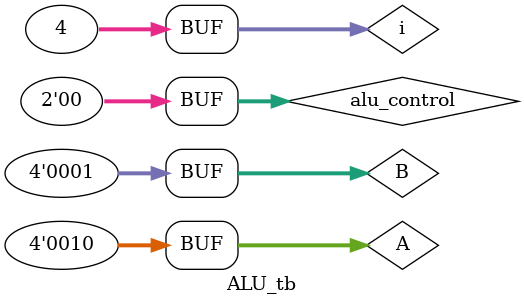
<source format=sv>
module ALU_tb;
  
	parameter N = 4;
  
  	reg 	[N		-1:0] 	A;
	reg 	[N		-1:0] 	B;
  	reg 	[2		-1:0] 	alu_control;
 	 
  	wire 	[2		-1:0] 	result;
  
	integer i;
  
	ALU uut
  		(
		 	.A				(A), 
		  	.B				(B), 
		   	.result			(result),
   			.alu_control	(alu_control)
   		);
  
	initial begin
	  
		{A, B,alu_control } = 0;
	  
	  	$monitor 
	  	(
		  	"%t\|  A = %0d   B = %0d   result = %0d   alu_control = %0b", 
		  	$time, A, B, result, alu_control
		);
	 
		for (i = 0; i < 4; i = i+1) begin
	  
	   	 	#100; 
	   	 	A = 2'b10;
		 	B = 2'b01;
	   	 	alu_control = 2'b01;
	   	 	
	   	 	#100; 
	   	 	A = 2'b10;
		 	B = 2'b01;
	   	 	alu_control = 2'b11;
	   	 	
	   	 	#100; 
	   	 	A = 2'b10;
		 	B = 2'b01;
	   	 	alu_control = 2'b10;
	   	
		   	#100;
	   	 	A = 2'b10;
	   	 	B = 2'b01;
	   	 	alu_control = 2'b00;
	  
		end
	  
	end

	initial begin 
	  
		$dumpfile("dump.vcd"); $dumpvars;
 
 	end
  
endmodule

</source>
